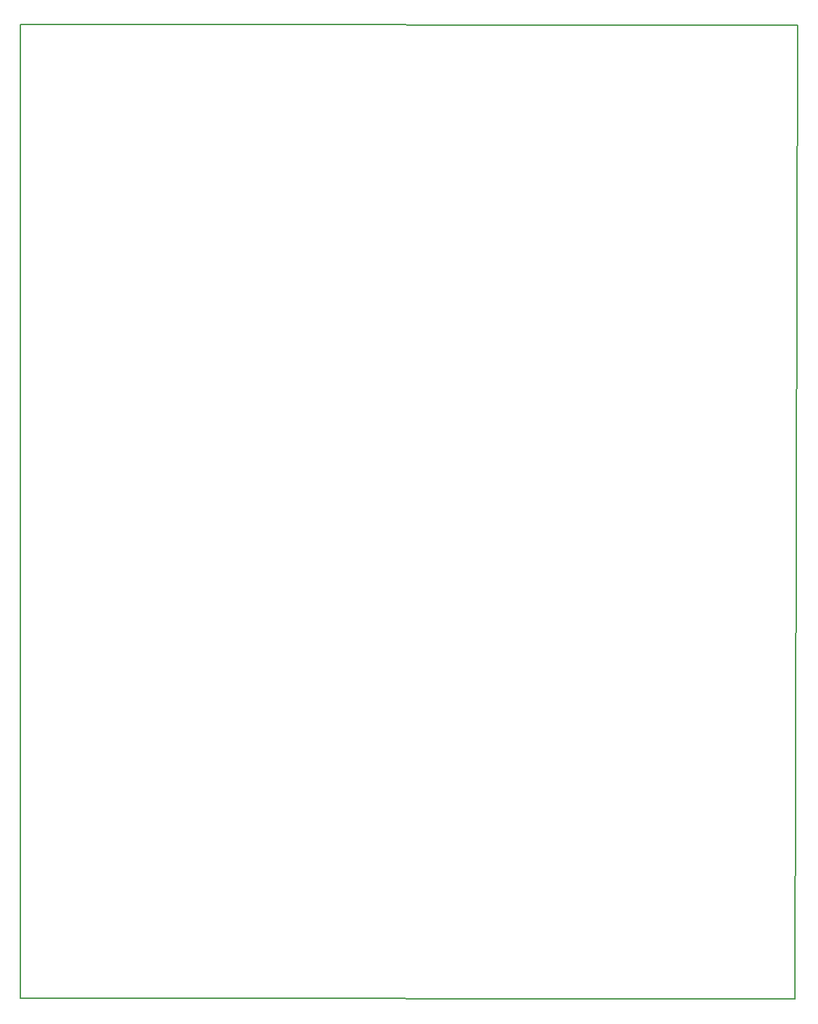
<source format=gbr>
G04 #@! TF.GenerationSoftware,KiCad,Pcbnew,(5.1.2)-2*
G04 #@! TF.CreationDate,2019-09-10T19:29:30+02:00*
G04 #@! TF.ProjectId,Control_board,436f6e74-726f-46c5-9f62-6f6172642e6b,rev?*
G04 #@! TF.SameCoordinates,Original*
G04 #@! TF.FileFunction,Profile,NP*
%FSLAX46Y46*%
G04 Gerber Fmt 4.6, Leading zero omitted, Abs format (unit mm)*
G04 Created by KiCad (PCBNEW (5.1.2)-2) date 2019-09-10 19:29:30*
%MOMM*%
%LPD*%
G04 APERTURE LIST*
%ADD10C,0.150000*%
G04 APERTURE END LIST*
D10*
X78200000Y-182900000D02*
X78300000Y-182900000D01*
X78100000Y-182900000D02*
X78200000Y-182900000D01*
X78100000Y-61500000D02*
X78100000Y-182900000D01*
X175200000Y-61600000D02*
X78100000Y-61500000D01*
X174800000Y-183000000D02*
X175200000Y-61600000D01*
X174800000Y-183000000D02*
X78300000Y-182900000D01*
M02*

</source>
